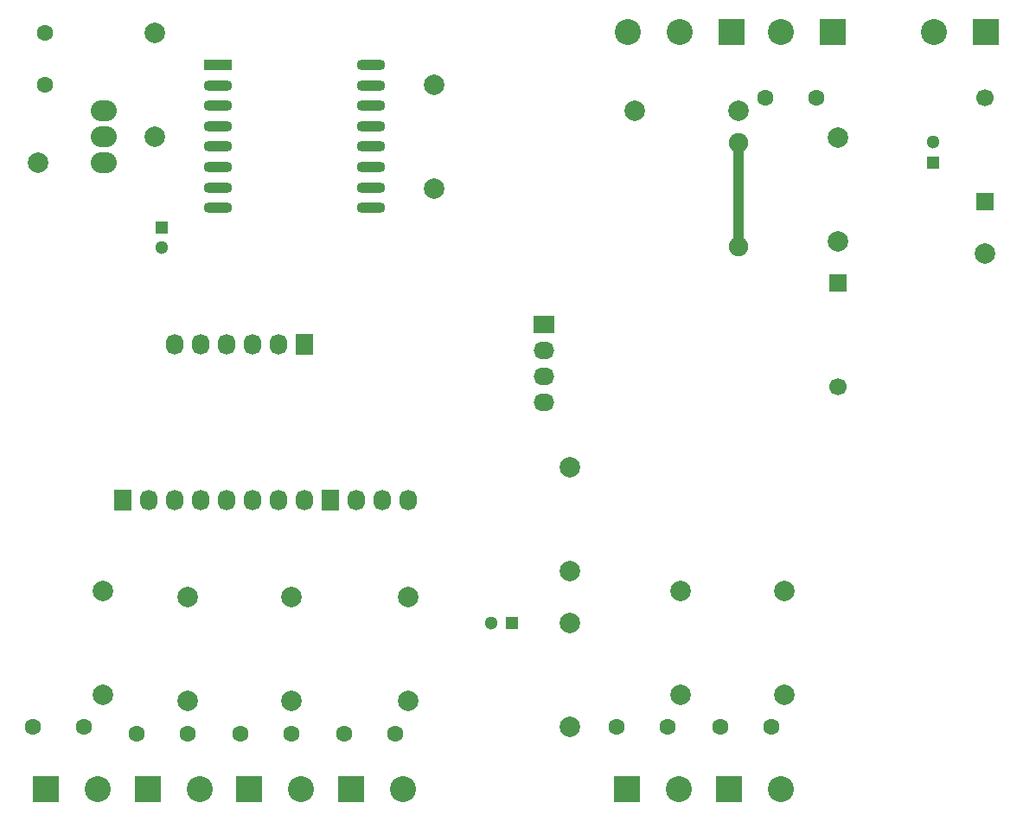
<source format=gbr>
G04 #@! TF.FileFunction,Copper,L1,Top,Signal*
%FSLAX46Y46*%
G04 Gerber Fmt 4.6, Leading zero omitted, Abs format (unit mm)*
G04 Created by KiCad (PCBNEW 4.0.7-e2-6376~58~ubuntu16.04.1) date Thu Sep  7 17:48:40 2017*
%MOMM*%
%LPD*%
G01*
G04 APERTURE LIST*
%ADD10C,0.100000*%
%ADD11R,2.540000X2.540000*%
%ADD12C,2.540000*%
%ADD13C,1.998980*%
%ADD14R,1.727200X2.032000*%
%ADD15O,1.727200X2.032000*%
%ADD16O,2.540000X2.032000*%
%ADD17R,2.800000X1.100000*%
%ADD18O,2.800000X1.100000*%
%ADD19R,1.300000X1.300000*%
%ADD20C,1.300000*%
%ADD21C,1.699260*%
%ADD22R,1.699260X1.699260*%
%ADD23R,2.032000X1.727200*%
%ADD24O,2.032000X1.727200*%
%ADD25C,1.600000*%
%ADD26C,1.900000*%
%ADD27C,1.000000*%
G04 APERTURE END LIST*
D10*
D11*
X160360000Y-123600000D03*
D12*
X165440000Y-123600000D03*
D13*
X165735000Y-114300000D03*
X165735000Y-104140000D03*
D11*
X170540000Y-49500000D03*
D12*
X165460000Y-49500000D03*
D11*
X185465000Y-49525000D03*
D12*
X180385000Y-49525000D03*
D11*
X160580000Y-49525000D03*
D12*
X155500000Y-49525000D03*
X150420000Y-49525000D03*
D14*
X121285000Y-95250000D03*
D15*
X123825000Y-95250000D03*
X126365000Y-95250000D03*
X128905000Y-95250000D03*
D16*
X99100000Y-59700000D03*
X99100000Y-57160000D03*
X99100000Y-62240000D03*
D17*
X110300000Y-52700000D03*
D18*
X110300000Y-54700000D03*
X110300000Y-56700000D03*
X110300000Y-58700000D03*
X110300000Y-60700000D03*
X110300000Y-62700000D03*
X110300000Y-64700000D03*
X110300000Y-66700000D03*
X125300000Y-66700000D03*
X125300000Y-64700000D03*
X125300000Y-62700000D03*
X125300000Y-60700000D03*
X125300000Y-58700000D03*
X125300000Y-56700000D03*
X125300000Y-54700000D03*
X125300000Y-52700000D03*
D19*
X139065000Y-107315000D03*
D20*
X137065000Y-107315000D03*
D19*
X180340000Y-62230000D03*
D20*
X180340000Y-60230000D03*
D19*
X104775000Y-68580000D03*
D20*
X104775000Y-70580000D03*
D21*
X185417460Y-55879480D03*
D22*
X185417460Y-66039480D03*
D21*
X171002540Y-84160520D03*
D22*
X171002540Y-74000520D03*
D11*
X93460000Y-123600000D03*
D12*
X98540000Y-123600000D03*
D11*
X150360000Y-123600000D03*
D12*
X155440000Y-123600000D03*
D11*
X103460000Y-123600000D03*
D12*
X108540000Y-123600000D03*
D11*
X113360000Y-123600000D03*
D12*
X118440000Y-123600000D03*
D11*
X123360000Y-123600000D03*
D12*
X128440000Y-123600000D03*
D14*
X100965000Y-95250000D03*
D15*
X103505000Y-95250000D03*
X106045000Y-95250000D03*
X108585000Y-95250000D03*
X111125000Y-95250000D03*
X113665000Y-95250000D03*
X116205000Y-95250000D03*
X118745000Y-95250000D03*
D23*
X142240000Y-78105000D03*
D24*
X142240000Y-80645000D03*
X142240000Y-83185000D03*
X142240000Y-85725000D03*
D14*
X118745000Y-80010000D03*
D15*
X116205000Y-80010000D03*
X113665000Y-80010000D03*
X111125000Y-80010000D03*
X108585000Y-80010000D03*
X106045000Y-80010000D03*
D13*
X144780000Y-92075000D03*
X144780000Y-102235000D03*
X171000000Y-70000000D03*
X171000000Y-59840000D03*
X144780000Y-107315000D03*
X144780000Y-117475000D03*
X155575000Y-114300000D03*
X155575000Y-104140000D03*
X107315000Y-114935000D03*
X107315000Y-104775000D03*
X117475000Y-114935000D03*
X117475000Y-104775000D03*
X151130000Y-57150000D03*
X161290000Y-57150000D03*
X131445000Y-64770000D03*
X131445000Y-54610000D03*
X104140000Y-59690000D03*
X104140000Y-49530000D03*
X185420000Y-71120000D03*
X92710000Y-62230000D03*
X99060000Y-114300000D03*
X99060000Y-104140000D03*
X128905000Y-114935000D03*
X128905000Y-104775000D03*
D25*
X97155000Y-117475000D03*
X92155000Y-117475000D03*
X154305000Y-117475000D03*
X149305000Y-117475000D03*
X93345000Y-54610000D03*
X93345000Y-49610000D03*
X107315000Y-118110000D03*
X102315000Y-118110000D03*
X164465000Y-117475000D03*
X159465000Y-117475000D03*
X117475000Y-118110000D03*
X112475000Y-118110000D03*
X127635000Y-118110000D03*
X122635000Y-118110000D03*
X168910000Y-55880000D03*
X163910000Y-55880000D03*
D26*
X161290000Y-70485000D03*
X161290000Y-60325000D03*
D27*
X161290000Y-60325000D02*
X161290000Y-70485000D01*
M02*

</source>
